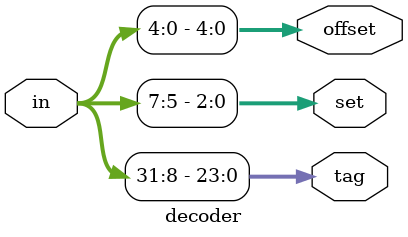
<source format=sv>
module decoder
(
    input logic [31:0] in,
    output logic [23:0] tag,
    output logic [2:0] set,
    output logic [4:0] offset
);

assign tag = in[31:8];
assign offset = in[4:0];
assign set = in[7:5];

endmodule

</source>
